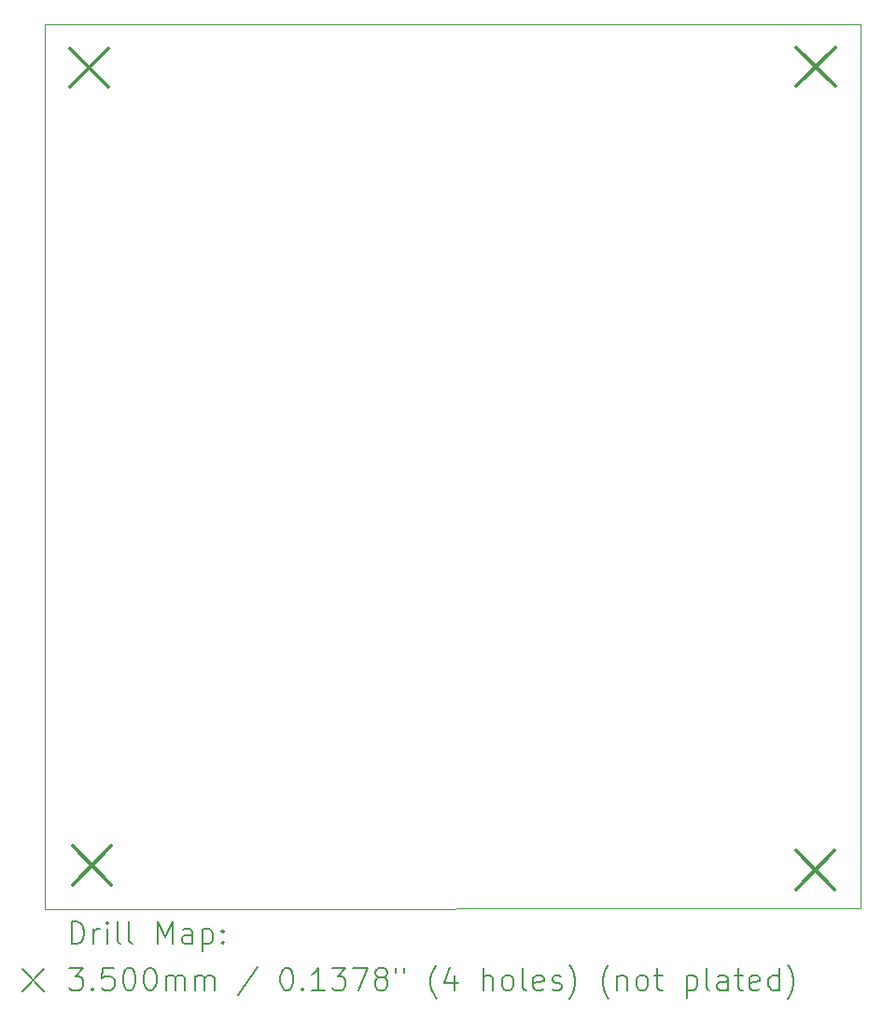
<source format=gbr>
%TF.GenerationSoftware,KiCad,Pcbnew,7.0.2*%
%TF.CreationDate,2023-05-19T15:17:26+02:00*%
%TF.ProjectId,78_1x39_1mm Solr tile,37382c31-7833-4392-9c31-6d6d20536f6c,rev?*%
%TF.SameCoordinates,Original*%
%TF.FileFunction,Drillmap*%
%TF.FilePolarity,Positive*%
%FSLAX45Y45*%
G04 Gerber Fmt 4.5, Leading zero omitted, Abs format (unit mm)*
G04 Created by KiCad (PCBNEW 7.0.2) date 2023-05-19 15:17:26*
%MOMM*%
%LPD*%
G01*
G04 APERTURE LIST*
%ADD10C,0.100000*%
%ADD11C,0.200000*%
%ADD12C,0.350000*%
G04 APERTURE END LIST*
D10*
X3317000Y-3601000D02*
X10717500Y-3599000D01*
X3317000Y-11621000D02*
X10717500Y-11616000D01*
X3317000Y-3601000D02*
X3317000Y-11621000D01*
X10717500Y-11616000D02*
X10717500Y-3599000D01*
D11*
D12*
X3544000Y-3819000D02*
X3894000Y-4169000D01*
X3894000Y-3819000D02*
X3544000Y-4169000D01*
X3569000Y-11051000D02*
X3919000Y-11401000D01*
X3919000Y-11051000D02*
X3569000Y-11401000D01*
X10133000Y-11094000D02*
X10483000Y-11444000D01*
X10483000Y-11094000D02*
X10133000Y-11444000D01*
X10137000Y-3809000D02*
X10487000Y-4159000D01*
X10487000Y-3809000D02*
X10137000Y-4159000D01*
D11*
X3559619Y-11938524D02*
X3559619Y-11738524D01*
X3559619Y-11738524D02*
X3607238Y-11738524D01*
X3607238Y-11738524D02*
X3635809Y-11748048D01*
X3635809Y-11748048D02*
X3654857Y-11767095D01*
X3654857Y-11767095D02*
X3664381Y-11786143D01*
X3664381Y-11786143D02*
X3673905Y-11824238D01*
X3673905Y-11824238D02*
X3673905Y-11852809D01*
X3673905Y-11852809D02*
X3664381Y-11890905D01*
X3664381Y-11890905D02*
X3654857Y-11909952D01*
X3654857Y-11909952D02*
X3635809Y-11929000D01*
X3635809Y-11929000D02*
X3607238Y-11938524D01*
X3607238Y-11938524D02*
X3559619Y-11938524D01*
X3759619Y-11938524D02*
X3759619Y-11805190D01*
X3759619Y-11843286D02*
X3769143Y-11824238D01*
X3769143Y-11824238D02*
X3778667Y-11814714D01*
X3778667Y-11814714D02*
X3797714Y-11805190D01*
X3797714Y-11805190D02*
X3816762Y-11805190D01*
X3883428Y-11938524D02*
X3883428Y-11805190D01*
X3883428Y-11738524D02*
X3873905Y-11748048D01*
X3873905Y-11748048D02*
X3883428Y-11757571D01*
X3883428Y-11757571D02*
X3892952Y-11748048D01*
X3892952Y-11748048D02*
X3883428Y-11738524D01*
X3883428Y-11738524D02*
X3883428Y-11757571D01*
X4007238Y-11938524D02*
X3988190Y-11929000D01*
X3988190Y-11929000D02*
X3978667Y-11909952D01*
X3978667Y-11909952D02*
X3978667Y-11738524D01*
X4112000Y-11938524D02*
X4092952Y-11929000D01*
X4092952Y-11929000D02*
X4083428Y-11909952D01*
X4083428Y-11909952D02*
X4083428Y-11738524D01*
X4340571Y-11938524D02*
X4340571Y-11738524D01*
X4340571Y-11738524D02*
X4407238Y-11881381D01*
X4407238Y-11881381D02*
X4473905Y-11738524D01*
X4473905Y-11738524D02*
X4473905Y-11938524D01*
X4654857Y-11938524D02*
X4654857Y-11833762D01*
X4654857Y-11833762D02*
X4645333Y-11814714D01*
X4645333Y-11814714D02*
X4626286Y-11805190D01*
X4626286Y-11805190D02*
X4588190Y-11805190D01*
X4588190Y-11805190D02*
X4569143Y-11814714D01*
X4654857Y-11929000D02*
X4635810Y-11938524D01*
X4635810Y-11938524D02*
X4588190Y-11938524D01*
X4588190Y-11938524D02*
X4569143Y-11929000D01*
X4569143Y-11929000D02*
X4559619Y-11909952D01*
X4559619Y-11909952D02*
X4559619Y-11890905D01*
X4559619Y-11890905D02*
X4569143Y-11871857D01*
X4569143Y-11871857D02*
X4588190Y-11862333D01*
X4588190Y-11862333D02*
X4635810Y-11862333D01*
X4635810Y-11862333D02*
X4654857Y-11852809D01*
X4750095Y-11805190D02*
X4750095Y-12005190D01*
X4750095Y-11814714D02*
X4769143Y-11805190D01*
X4769143Y-11805190D02*
X4807238Y-11805190D01*
X4807238Y-11805190D02*
X4826286Y-11814714D01*
X4826286Y-11814714D02*
X4835810Y-11824238D01*
X4835810Y-11824238D02*
X4845333Y-11843286D01*
X4845333Y-11843286D02*
X4845333Y-11900428D01*
X4845333Y-11900428D02*
X4835810Y-11919476D01*
X4835810Y-11919476D02*
X4826286Y-11929000D01*
X4826286Y-11929000D02*
X4807238Y-11938524D01*
X4807238Y-11938524D02*
X4769143Y-11938524D01*
X4769143Y-11938524D02*
X4750095Y-11929000D01*
X4931048Y-11919476D02*
X4940571Y-11929000D01*
X4940571Y-11929000D02*
X4931048Y-11938524D01*
X4931048Y-11938524D02*
X4921524Y-11929000D01*
X4921524Y-11929000D02*
X4931048Y-11919476D01*
X4931048Y-11919476D02*
X4931048Y-11938524D01*
X4931048Y-11814714D02*
X4940571Y-11824238D01*
X4940571Y-11824238D02*
X4931048Y-11833762D01*
X4931048Y-11833762D02*
X4921524Y-11824238D01*
X4921524Y-11824238D02*
X4931048Y-11814714D01*
X4931048Y-11814714D02*
X4931048Y-11833762D01*
X3112000Y-12166000D02*
X3312000Y-12366000D01*
X3312000Y-12166000D02*
X3112000Y-12366000D01*
X3540571Y-12158524D02*
X3664381Y-12158524D01*
X3664381Y-12158524D02*
X3597714Y-12234714D01*
X3597714Y-12234714D02*
X3626286Y-12234714D01*
X3626286Y-12234714D02*
X3645333Y-12244238D01*
X3645333Y-12244238D02*
X3654857Y-12253762D01*
X3654857Y-12253762D02*
X3664381Y-12272809D01*
X3664381Y-12272809D02*
X3664381Y-12320428D01*
X3664381Y-12320428D02*
X3654857Y-12339476D01*
X3654857Y-12339476D02*
X3645333Y-12349000D01*
X3645333Y-12349000D02*
X3626286Y-12358524D01*
X3626286Y-12358524D02*
X3569143Y-12358524D01*
X3569143Y-12358524D02*
X3550095Y-12349000D01*
X3550095Y-12349000D02*
X3540571Y-12339476D01*
X3750095Y-12339476D02*
X3759619Y-12349000D01*
X3759619Y-12349000D02*
X3750095Y-12358524D01*
X3750095Y-12358524D02*
X3740571Y-12349000D01*
X3740571Y-12349000D02*
X3750095Y-12339476D01*
X3750095Y-12339476D02*
X3750095Y-12358524D01*
X3940571Y-12158524D02*
X3845333Y-12158524D01*
X3845333Y-12158524D02*
X3835809Y-12253762D01*
X3835809Y-12253762D02*
X3845333Y-12244238D01*
X3845333Y-12244238D02*
X3864381Y-12234714D01*
X3864381Y-12234714D02*
X3912000Y-12234714D01*
X3912000Y-12234714D02*
X3931048Y-12244238D01*
X3931048Y-12244238D02*
X3940571Y-12253762D01*
X3940571Y-12253762D02*
X3950095Y-12272809D01*
X3950095Y-12272809D02*
X3950095Y-12320428D01*
X3950095Y-12320428D02*
X3940571Y-12339476D01*
X3940571Y-12339476D02*
X3931048Y-12349000D01*
X3931048Y-12349000D02*
X3912000Y-12358524D01*
X3912000Y-12358524D02*
X3864381Y-12358524D01*
X3864381Y-12358524D02*
X3845333Y-12349000D01*
X3845333Y-12349000D02*
X3835809Y-12339476D01*
X4073905Y-12158524D02*
X4092952Y-12158524D01*
X4092952Y-12158524D02*
X4112000Y-12168048D01*
X4112000Y-12168048D02*
X4121524Y-12177571D01*
X4121524Y-12177571D02*
X4131048Y-12196619D01*
X4131048Y-12196619D02*
X4140571Y-12234714D01*
X4140571Y-12234714D02*
X4140571Y-12282333D01*
X4140571Y-12282333D02*
X4131048Y-12320428D01*
X4131048Y-12320428D02*
X4121524Y-12339476D01*
X4121524Y-12339476D02*
X4112000Y-12349000D01*
X4112000Y-12349000D02*
X4092952Y-12358524D01*
X4092952Y-12358524D02*
X4073905Y-12358524D01*
X4073905Y-12358524D02*
X4054857Y-12349000D01*
X4054857Y-12349000D02*
X4045333Y-12339476D01*
X4045333Y-12339476D02*
X4035809Y-12320428D01*
X4035809Y-12320428D02*
X4026286Y-12282333D01*
X4026286Y-12282333D02*
X4026286Y-12234714D01*
X4026286Y-12234714D02*
X4035809Y-12196619D01*
X4035809Y-12196619D02*
X4045333Y-12177571D01*
X4045333Y-12177571D02*
X4054857Y-12168048D01*
X4054857Y-12168048D02*
X4073905Y-12158524D01*
X4264381Y-12158524D02*
X4283429Y-12158524D01*
X4283429Y-12158524D02*
X4302476Y-12168048D01*
X4302476Y-12168048D02*
X4312000Y-12177571D01*
X4312000Y-12177571D02*
X4321524Y-12196619D01*
X4321524Y-12196619D02*
X4331048Y-12234714D01*
X4331048Y-12234714D02*
X4331048Y-12282333D01*
X4331048Y-12282333D02*
X4321524Y-12320428D01*
X4321524Y-12320428D02*
X4312000Y-12339476D01*
X4312000Y-12339476D02*
X4302476Y-12349000D01*
X4302476Y-12349000D02*
X4283429Y-12358524D01*
X4283429Y-12358524D02*
X4264381Y-12358524D01*
X4264381Y-12358524D02*
X4245333Y-12349000D01*
X4245333Y-12349000D02*
X4235810Y-12339476D01*
X4235810Y-12339476D02*
X4226286Y-12320428D01*
X4226286Y-12320428D02*
X4216762Y-12282333D01*
X4216762Y-12282333D02*
X4216762Y-12234714D01*
X4216762Y-12234714D02*
X4226286Y-12196619D01*
X4226286Y-12196619D02*
X4235810Y-12177571D01*
X4235810Y-12177571D02*
X4245333Y-12168048D01*
X4245333Y-12168048D02*
X4264381Y-12158524D01*
X4416762Y-12358524D02*
X4416762Y-12225190D01*
X4416762Y-12244238D02*
X4426286Y-12234714D01*
X4426286Y-12234714D02*
X4445333Y-12225190D01*
X4445333Y-12225190D02*
X4473905Y-12225190D01*
X4473905Y-12225190D02*
X4492952Y-12234714D01*
X4492952Y-12234714D02*
X4502476Y-12253762D01*
X4502476Y-12253762D02*
X4502476Y-12358524D01*
X4502476Y-12253762D02*
X4512000Y-12234714D01*
X4512000Y-12234714D02*
X4531048Y-12225190D01*
X4531048Y-12225190D02*
X4559619Y-12225190D01*
X4559619Y-12225190D02*
X4578667Y-12234714D01*
X4578667Y-12234714D02*
X4588191Y-12253762D01*
X4588191Y-12253762D02*
X4588191Y-12358524D01*
X4683429Y-12358524D02*
X4683429Y-12225190D01*
X4683429Y-12244238D02*
X4692952Y-12234714D01*
X4692952Y-12234714D02*
X4712000Y-12225190D01*
X4712000Y-12225190D02*
X4740572Y-12225190D01*
X4740572Y-12225190D02*
X4759619Y-12234714D01*
X4759619Y-12234714D02*
X4769143Y-12253762D01*
X4769143Y-12253762D02*
X4769143Y-12358524D01*
X4769143Y-12253762D02*
X4778667Y-12234714D01*
X4778667Y-12234714D02*
X4797714Y-12225190D01*
X4797714Y-12225190D02*
X4826286Y-12225190D01*
X4826286Y-12225190D02*
X4845333Y-12234714D01*
X4845333Y-12234714D02*
X4854857Y-12253762D01*
X4854857Y-12253762D02*
X4854857Y-12358524D01*
X5245333Y-12149000D02*
X5073905Y-12406143D01*
X5502476Y-12158524D02*
X5521524Y-12158524D01*
X5521524Y-12158524D02*
X5540572Y-12168048D01*
X5540572Y-12168048D02*
X5550095Y-12177571D01*
X5550095Y-12177571D02*
X5559619Y-12196619D01*
X5559619Y-12196619D02*
X5569143Y-12234714D01*
X5569143Y-12234714D02*
X5569143Y-12282333D01*
X5569143Y-12282333D02*
X5559619Y-12320428D01*
X5559619Y-12320428D02*
X5550095Y-12339476D01*
X5550095Y-12339476D02*
X5540572Y-12349000D01*
X5540572Y-12349000D02*
X5521524Y-12358524D01*
X5521524Y-12358524D02*
X5502476Y-12358524D01*
X5502476Y-12358524D02*
X5483429Y-12349000D01*
X5483429Y-12349000D02*
X5473905Y-12339476D01*
X5473905Y-12339476D02*
X5464381Y-12320428D01*
X5464381Y-12320428D02*
X5454857Y-12282333D01*
X5454857Y-12282333D02*
X5454857Y-12234714D01*
X5454857Y-12234714D02*
X5464381Y-12196619D01*
X5464381Y-12196619D02*
X5473905Y-12177571D01*
X5473905Y-12177571D02*
X5483429Y-12168048D01*
X5483429Y-12168048D02*
X5502476Y-12158524D01*
X5654857Y-12339476D02*
X5664381Y-12349000D01*
X5664381Y-12349000D02*
X5654857Y-12358524D01*
X5654857Y-12358524D02*
X5645333Y-12349000D01*
X5645333Y-12349000D02*
X5654857Y-12339476D01*
X5654857Y-12339476D02*
X5654857Y-12358524D01*
X5854857Y-12358524D02*
X5740572Y-12358524D01*
X5797714Y-12358524D02*
X5797714Y-12158524D01*
X5797714Y-12158524D02*
X5778667Y-12187095D01*
X5778667Y-12187095D02*
X5759619Y-12206143D01*
X5759619Y-12206143D02*
X5740572Y-12215667D01*
X5921524Y-12158524D02*
X6045333Y-12158524D01*
X6045333Y-12158524D02*
X5978667Y-12234714D01*
X5978667Y-12234714D02*
X6007238Y-12234714D01*
X6007238Y-12234714D02*
X6026286Y-12244238D01*
X6026286Y-12244238D02*
X6035810Y-12253762D01*
X6035810Y-12253762D02*
X6045333Y-12272809D01*
X6045333Y-12272809D02*
X6045333Y-12320428D01*
X6045333Y-12320428D02*
X6035810Y-12339476D01*
X6035810Y-12339476D02*
X6026286Y-12349000D01*
X6026286Y-12349000D02*
X6007238Y-12358524D01*
X6007238Y-12358524D02*
X5950095Y-12358524D01*
X5950095Y-12358524D02*
X5931048Y-12349000D01*
X5931048Y-12349000D02*
X5921524Y-12339476D01*
X6112000Y-12158524D02*
X6245333Y-12158524D01*
X6245333Y-12158524D02*
X6159619Y-12358524D01*
X6350095Y-12244238D02*
X6331048Y-12234714D01*
X6331048Y-12234714D02*
X6321524Y-12225190D01*
X6321524Y-12225190D02*
X6312000Y-12206143D01*
X6312000Y-12206143D02*
X6312000Y-12196619D01*
X6312000Y-12196619D02*
X6321524Y-12177571D01*
X6321524Y-12177571D02*
X6331048Y-12168048D01*
X6331048Y-12168048D02*
X6350095Y-12158524D01*
X6350095Y-12158524D02*
X6388191Y-12158524D01*
X6388191Y-12158524D02*
X6407238Y-12168048D01*
X6407238Y-12168048D02*
X6416762Y-12177571D01*
X6416762Y-12177571D02*
X6426286Y-12196619D01*
X6426286Y-12196619D02*
X6426286Y-12206143D01*
X6426286Y-12206143D02*
X6416762Y-12225190D01*
X6416762Y-12225190D02*
X6407238Y-12234714D01*
X6407238Y-12234714D02*
X6388191Y-12244238D01*
X6388191Y-12244238D02*
X6350095Y-12244238D01*
X6350095Y-12244238D02*
X6331048Y-12253762D01*
X6331048Y-12253762D02*
X6321524Y-12263286D01*
X6321524Y-12263286D02*
X6312000Y-12282333D01*
X6312000Y-12282333D02*
X6312000Y-12320428D01*
X6312000Y-12320428D02*
X6321524Y-12339476D01*
X6321524Y-12339476D02*
X6331048Y-12349000D01*
X6331048Y-12349000D02*
X6350095Y-12358524D01*
X6350095Y-12358524D02*
X6388191Y-12358524D01*
X6388191Y-12358524D02*
X6407238Y-12349000D01*
X6407238Y-12349000D02*
X6416762Y-12339476D01*
X6416762Y-12339476D02*
X6426286Y-12320428D01*
X6426286Y-12320428D02*
X6426286Y-12282333D01*
X6426286Y-12282333D02*
X6416762Y-12263286D01*
X6416762Y-12263286D02*
X6407238Y-12253762D01*
X6407238Y-12253762D02*
X6388191Y-12244238D01*
X6502476Y-12158524D02*
X6502476Y-12196619D01*
X6578667Y-12158524D02*
X6578667Y-12196619D01*
X6873905Y-12434714D02*
X6864381Y-12425190D01*
X6864381Y-12425190D02*
X6845334Y-12396619D01*
X6845334Y-12396619D02*
X6835810Y-12377571D01*
X6835810Y-12377571D02*
X6826286Y-12349000D01*
X6826286Y-12349000D02*
X6816762Y-12301381D01*
X6816762Y-12301381D02*
X6816762Y-12263286D01*
X6816762Y-12263286D02*
X6826286Y-12215667D01*
X6826286Y-12215667D02*
X6835810Y-12187095D01*
X6835810Y-12187095D02*
X6845334Y-12168048D01*
X6845334Y-12168048D02*
X6864381Y-12139476D01*
X6864381Y-12139476D02*
X6873905Y-12129952D01*
X7035810Y-12225190D02*
X7035810Y-12358524D01*
X6988191Y-12149000D02*
X6940572Y-12291857D01*
X6940572Y-12291857D02*
X7064381Y-12291857D01*
X7292953Y-12358524D02*
X7292953Y-12158524D01*
X7378667Y-12358524D02*
X7378667Y-12253762D01*
X7378667Y-12253762D02*
X7369143Y-12234714D01*
X7369143Y-12234714D02*
X7350096Y-12225190D01*
X7350096Y-12225190D02*
X7321524Y-12225190D01*
X7321524Y-12225190D02*
X7302476Y-12234714D01*
X7302476Y-12234714D02*
X7292953Y-12244238D01*
X7502476Y-12358524D02*
X7483429Y-12349000D01*
X7483429Y-12349000D02*
X7473905Y-12339476D01*
X7473905Y-12339476D02*
X7464381Y-12320428D01*
X7464381Y-12320428D02*
X7464381Y-12263286D01*
X7464381Y-12263286D02*
X7473905Y-12244238D01*
X7473905Y-12244238D02*
X7483429Y-12234714D01*
X7483429Y-12234714D02*
X7502476Y-12225190D01*
X7502476Y-12225190D02*
X7531048Y-12225190D01*
X7531048Y-12225190D02*
X7550096Y-12234714D01*
X7550096Y-12234714D02*
X7559619Y-12244238D01*
X7559619Y-12244238D02*
X7569143Y-12263286D01*
X7569143Y-12263286D02*
X7569143Y-12320428D01*
X7569143Y-12320428D02*
X7559619Y-12339476D01*
X7559619Y-12339476D02*
X7550096Y-12349000D01*
X7550096Y-12349000D02*
X7531048Y-12358524D01*
X7531048Y-12358524D02*
X7502476Y-12358524D01*
X7683429Y-12358524D02*
X7664381Y-12349000D01*
X7664381Y-12349000D02*
X7654857Y-12329952D01*
X7654857Y-12329952D02*
X7654857Y-12158524D01*
X7835810Y-12349000D02*
X7816762Y-12358524D01*
X7816762Y-12358524D02*
X7778667Y-12358524D01*
X7778667Y-12358524D02*
X7759619Y-12349000D01*
X7759619Y-12349000D02*
X7750096Y-12329952D01*
X7750096Y-12329952D02*
X7750096Y-12253762D01*
X7750096Y-12253762D02*
X7759619Y-12234714D01*
X7759619Y-12234714D02*
X7778667Y-12225190D01*
X7778667Y-12225190D02*
X7816762Y-12225190D01*
X7816762Y-12225190D02*
X7835810Y-12234714D01*
X7835810Y-12234714D02*
X7845334Y-12253762D01*
X7845334Y-12253762D02*
X7845334Y-12272809D01*
X7845334Y-12272809D02*
X7750096Y-12291857D01*
X7921524Y-12349000D02*
X7940572Y-12358524D01*
X7940572Y-12358524D02*
X7978667Y-12358524D01*
X7978667Y-12358524D02*
X7997715Y-12349000D01*
X7997715Y-12349000D02*
X8007238Y-12329952D01*
X8007238Y-12329952D02*
X8007238Y-12320428D01*
X8007238Y-12320428D02*
X7997715Y-12301381D01*
X7997715Y-12301381D02*
X7978667Y-12291857D01*
X7978667Y-12291857D02*
X7950096Y-12291857D01*
X7950096Y-12291857D02*
X7931048Y-12282333D01*
X7931048Y-12282333D02*
X7921524Y-12263286D01*
X7921524Y-12263286D02*
X7921524Y-12253762D01*
X7921524Y-12253762D02*
X7931048Y-12234714D01*
X7931048Y-12234714D02*
X7950096Y-12225190D01*
X7950096Y-12225190D02*
X7978667Y-12225190D01*
X7978667Y-12225190D02*
X7997715Y-12234714D01*
X8073905Y-12434714D02*
X8083429Y-12425190D01*
X8083429Y-12425190D02*
X8102477Y-12396619D01*
X8102477Y-12396619D02*
X8112000Y-12377571D01*
X8112000Y-12377571D02*
X8121524Y-12349000D01*
X8121524Y-12349000D02*
X8131048Y-12301381D01*
X8131048Y-12301381D02*
X8131048Y-12263286D01*
X8131048Y-12263286D02*
X8121524Y-12215667D01*
X8121524Y-12215667D02*
X8112000Y-12187095D01*
X8112000Y-12187095D02*
X8102477Y-12168048D01*
X8102477Y-12168048D02*
X8083429Y-12139476D01*
X8083429Y-12139476D02*
X8073905Y-12129952D01*
X8435810Y-12434714D02*
X8426286Y-12425190D01*
X8426286Y-12425190D02*
X8407239Y-12396619D01*
X8407239Y-12396619D02*
X8397715Y-12377571D01*
X8397715Y-12377571D02*
X8388191Y-12349000D01*
X8388191Y-12349000D02*
X8378667Y-12301381D01*
X8378667Y-12301381D02*
X8378667Y-12263286D01*
X8378667Y-12263286D02*
X8388191Y-12215667D01*
X8388191Y-12215667D02*
X8397715Y-12187095D01*
X8397715Y-12187095D02*
X8407239Y-12168048D01*
X8407239Y-12168048D02*
X8426286Y-12139476D01*
X8426286Y-12139476D02*
X8435810Y-12129952D01*
X8512000Y-12225190D02*
X8512000Y-12358524D01*
X8512000Y-12244238D02*
X8521524Y-12234714D01*
X8521524Y-12234714D02*
X8540572Y-12225190D01*
X8540572Y-12225190D02*
X8569143Y-12225190D01*
X8569143Y-12225190D02*
X8588191Y-12234714D01*
X8588191Y-12234714D02*
X8597715Y-12253762D01*
X8597715Y-12253762D02*
X8597715Y-12358524D01*
X8721524Y-12358524D02*
X8702477Y-12349000D01*
X8702477Y-12349000D02*
X8692953Y-12339476D01*
X8692953Y-12339476D02*
X8683429Y-12320428D01*
X8683429Y-12320428D02*
X8683429Y-12263286D01*
X8683429Y-12263286D02*
X8692953Y-12244238D01*
X8692953Y-12244238D02*
X8702477Y-12234714D01*
X8702477Y-12234714D02*
X8721524Y-12225190D01*
X8721524Y-12225190D02*
X8750096Y-12225190D01*
X8750096Y-12225190D02*
X8769143Y-12234714D01*
X8769143Y-12234714D02*
X8778667Y-12244238D01*
X8778667Y-12244238D02*
X8788191Y-12263286D01*
X8788191Y-12263286D02*
X8788191Y-12320428D01*
X8788191Y-12320428D02*
X8778667Y-12339476D01*
X8778667Y-12339476D02*
X8769143Y-12349000D01*
X8769143Y-12349000D02*
X8750096Y-12358524D01*
X8750096Y-12358524D02*
X8721524Y-12358524D01*
X8845334Y-12225190D02*
X8921524Y-12225190D01*
X8873905Y-12158524D02*
X8873905Y-12329952D01*
X8873905Y-12329952D02*
X8883429Y-12349000D01*
X8883429Y-12349000D02*
X8902477Y-12358524D01*
X8902477Y-12358524D02*
X8921524Y-12358524D01*
X9140572Y-12225190D02*
X9140572Y-12425190D01*
X9140572Y-12234714D02*
X9159620Y-12225190D01*
X9159620Y-12225190D02*
X9197715Y-12225190D01*
X9197715Y-12225190D02*
X9216762Y-12234714D01*
X9216762Y-12234714D02*
X9226286Y-12244238D01*
X9226286Y-12244238D02*
X9235810Y-12263286D01*
X9235810Y-12263286D02*
X9235810Y-12320428D01*
X9235810Y-12320428D02*
X9226286Y-12339476D01*
X9226286Y-12339476D02*
X9216762Y-12349000D01*
X9216762Y-12349000D02*
X9197715Y-12358524D01*
X9197715Y-12358524D02*
X9159620Y-12358524D01*
X9159620Y-12358524D02*
X9140572Y-12349000D01*
X9350096Y-12358524D02*
X9331048Y-12349000D01*
X9331048Y-12349000D02*
X9321524Y-12329952D01*
X9321524Y-12329952D02*
X9321524Y-12158524D01*
X9512001Y-12358524D02*
X9512001Y-12253762D01*
X9512001Y-12253762D02*
X9502477Y-12234714D01*
X9502477Y-12234714D02*
X9483429Y-12225190D01*
X9483429Y-12225190D02*
X9445334Y-12225190D01*
X9445334Y-12225190D02*
X9426286Y-12234714D01*
X9512001Y-12349000D02*
X9492953Y-12358524D01*
X9492953Y-12358524D02*
X9445334Y-12358524D01*
X9445334Y-12358524D02*
X9426286Y-12349000D01*
X9426286Y-12349000D02*
X9416762Y-12329952D01*
X9416762Y-12329952D02*
X9416762Y-12310905D01*
X9416762Y-12310905D02*
X9426286Y-12291857D01*
X9426286Y-12291857D02*
X9445334Y-12282333D01*
X9445334Y-12282333D02*
X9492953Y-12282333D01*
X9492953Y-12282333D02*
X9512001Y-12272809D01*
X9578667Y-12225190D02*
X9654858Y-12225190D01*
X9607239Y-12158524D02*
X9607239Y-12329952D01*
X9607239Y-12329952D02*
X9616762Y-12349000D01*
X9616762Y-12349000D02*
X9635810Y-12358524D01*
X9635810Y-12358524D02*
X9654858Y-12358524D01*
X9797715Y-12349000D02*
X9778667Y-12358524D01*
X9778667Y-12358524D02*
X9740572Y-12358524D01*
X9740572Y-12358524D02*
X9721524Y-12349000D01*
X9721524Y-12349000D02*
X9712001Y-12329952D01*
X9712001Y-12329952D02*
X9712001Y-12253762D01*
X9712001Y-12253762D02*
X9721524Y-12234714D01*
X9721524Y-12234714D02*
X9740572Y-12225190D01*
X9740572Y-12225190D02*
X9778667Y-12225190D01*
X9778667Y-12225190D02*
X9797715Y-12234714D01*
X9797715Y-12234714D02*
X9807239Y-12253762D01*
X9807239Y-12253762D02*
X9807239Y-12272809D01*
X9807239Y-12272809D02*
X9712001Y-12291857D01*
X9978667Y-12358524D02*
X9978667Y-12158524D01*
X9978667Y-12349000D02*
X9959620Y-12358524D01*
X9959620Y-12358524D02*
X9921524Y-12358524D01*
X9921524Y-12358524D02*
X9902477Y-12349000D01*
X9902477Y-12349000D02*
X9892953Y-12339476D01*
X9892953Y-12339476D02*
X9883429Y-12320428D01*
X9883429Y-12320428D02*
X9883429Y-12263286D01*
X9883429Y-12263286D02*
X9892953Y-12244238D01*
X9892953Y-12244238D02*
X9902477Y-12234714D01*
X9902477Y-12234714D02*
X9921524Y-12225190D01*
X9921524Y-12225190D02*
X9959620Y-12225190D01*
X9959620Y-12225190D02*
X9978667Y-12234714D01*
X10054858Y-12434714D02*
X10064382Y-12425190D01*
X10064382Y-12425190D02*
X10083429Y-12396619D01*
X10083429Y-12396619D02*
X10092953Y-12377571D01*
X10092953Y-12377571D02*
X10102477Y-12349000D01*
X10102477Y-12349000D02*
X10112001Y-12301381D01*
X10112001Y-12301381D02*
X10112001Y-12263286D01*
X10112001Y-12263286D02*
X10102477Y-12215667D01*
X10102477Y-12215667D02*
X10092953Y-12187095D01*
X10092953Y-12187095D02*
X10083429Y-12168048D01*
X10083429Y-12168048D02*
X10064382Y-12139476D01*
X10064382Y-12139476D02*
X10054858Y-12129952D01*
M02*

</source>
